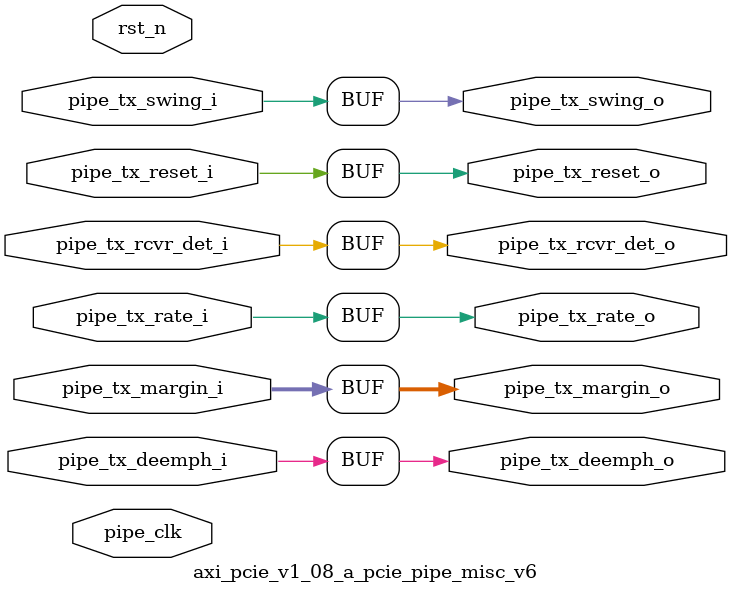
<source format=v>

`timescale 1ns/1ns

module axi_pcie_v1_08_a_pcie_pipe_misc_v6 #
(
    parameter        PIPE_PIPELINE_STAGES = 0    // 0 - 0 stages, 1 - 1 stage, 2 - 2 stages
)
(

    input   wire        pipe_tx_rcvr_det_i       ,
    input   wire        pipe_tx_reset_i          ,
    input   wire        pipe_tx_rate_i           ,
    input   wire        pipe_tx_deemph_i         ,
    input   wire [2:0]  pipe_tx_margin_i         ,
    input   wire        pipe_tx_swing_i          ,

    output  wire        pipe_tx_rcvr_det_o       ,
    output  wire        pipe_tx_reset_o          ,
    output  wire        pipe_tx_rate_o           ,
    output  wire        pipe_tx_deemph_o         ,
    output  wire [2:0]  pipe_tx_margin_o         ,
    output  wire        pipe_tx_swing_o          ,
 
    input   wire        pipe_clk                , 
    input   wire        rst_n 
);

//******************************************************************//
// Reality check.                                                   //
//******************************************************************//

    localparam TCQ  = 1;      // clock to out delay model

    reg                pipe_tx_rcvr_det_q       ;
    reg                pipe_tx_reset_q          ;
    reg                pipe_tx_rate_q           ;
    reg                pipe_tx_deemph_q         ;
    reg [2:0]          pipe_tx_margin_q         ;
    reg                pipe_tx_swing_q          ;

    reg                pipe_tx_rcvr_det_qq      ;
    reg                pipe_tx_reset_qq         ;
    reg                pipe_tx_rate_qq          ;
    reg                pipe_tx_deemph_qq        ;
    reg [2:0]          pipe_tx_margin_qq        ;
    reg                pipe_tx_swing_qq         ;

    generate

      if (PIPE_PIPELINE_STAGES == 0) begin


        assign pipe_tx_rcvr_det_o = pipe_tx_rcvr_det_i;
        assign pipe_tx_reset_o  = pipe_tx_reset_i;
        assign pipe_tx_rate_o = pipe_tx_rate_i;
        assign pipe_tx_deemph_o = pipe_tx_deemph_i;
        assign pipe_tx_margin_o = pipe_tx_margin_i;
        assign pipe_tx_swing_o = pipe_tx_swing_i;

      end else if (PIPE_PIPELINE_STAGES == 1) begin

        always @(posedge pipe_clk) begin

          if (rst_n) begin

            pipe_tx_rcvr_det_q <= #TCQ 0;
            pipe_tx_reset_q  <= #TCQ 1'b1;
            pipe_tx_rate_q <= #TCQ 0;
            pipe_tx_deemph_q <= #TCQ 1'b1;
            pipe_tx_margin_q <= #TCQ 0;
            pipe_tx_swing_q <= #TCQ 0;

          end else begin
       
            pipe_tx_rcvr_det_q <= #TCQ pipe_tx_rcvr_det_i;
            pipe_tx_reset_q  <= #TCQ pipe_tx_reset_i;
            pipe_tx_rate_q <= #TCQ pipe_tx_rate_i;
            pipe_tx_deemph_q <= #TCQ pipe_tx_deemph_i;
            pipe_tx_margin_q <= #TCQ pipe_tx_margin_i;
            pipe_tx_swing_q <= #TCQ pipe_tx_swing_i;

          end
       
        end

        assign pipe_tx_rcvr_det_o = pipe_tx_rcvr_det_q;
        assign pipe_tx_reset_o  = pipe_tx_reset_q;
        assign pipe_tx_rate_o = pipe_tx_rate_q;
        assign pipe_tx_deemph_o = pipe_tx_deemph_q;
        assign pipe_tx_margin_o = pipe_tx_margin_q;
        assign pipe_tx_swing_o = pipe_tx_swing_q;

      end else if (PIPE_PIPELINE_STAGES == 2) begin

        always @(posedge pipe_clk) begin

          if (rst_n) begin

            pipe_tx_rcvr_det_q <= #TCQ 0;
            pipe_tx_reset_q  <= #TCQ 1'b1;
            pipe_tx_rate_q <= #TCQ 0;
            pipe_tx_deemph_q <= #TCQ 1'b1;
            pipe_tx_margin_q <= #TCQ 0;
            pipe_tx_swing_q <= #TCQ 0;

            pipe_tx_rcvr_det_qq <= #TCQ 0;
            pipe_tx_reset_qq  <= #TCQ 1'b1;
            pipe_tx_rate_qq <= #TCQ 0;
            pipe_tx_deemph_qq <= #TCQ 1'b1;
            pipe_tx_margin_qq <= #TCQ 0;
            pipe_tx_swing_qq <= #TCQ 0;

          end else begin
       
            pipe_tx_rcvr_det_q <= #TCQ pipe_tx_rcvr_det_i;
            pipe_tx_reset_q  <= #TCQ pipe_tx_reset_i;
            pipe_tx_rate_q <= #TCQ pipe_tx_rate_i;
            pipe_tx_deemph_q <= #TCQ pipe_tx_deemph_i;
            pipe_tx_margin_q <= #TCQ pipe_tx_margin_i;
            pipe_tx_swing_q <= #TCQ pipe_tx_swing_i;

            pipe_tx_rcvr_det_qq <= #TCQ pipe_tx_rcvr_det_q;
            pipe_tx_reset_qq  <= #TCQ pipe_tx_reset_q;
            pipe_tx_rate_qq <= #TCQ pipe_tx_rate_q;
            pipe_tx_deemph_qq <= #TCQ pipe_tx_deemph_q;
            pipe_tx_margin_qq <= #TCQ pipe_tx_margin_q;
            pipe_tx_swing_qq <= #TCQ pipe_tx_swing_q;

          end
       
        end

        assign pipe_tx_rcvr_det_o = pipe_tx_rcvr_det_qq;
        assign pipe_tx_reset_o  = pipe_tx_reset_qq;
        assign pipe_tx_rate_o = pipe_tx_rate_qq;
        assign pipe_tx_deemph_o = pipe_tx_deemph_qq;
        assign pipe_tx_margin_o = pipe_tx_margin_qq;
        assign pipe_tx_swing_o = pipe_tx_swing_qq;

      end

    endgenerate

endmodule

</source>
